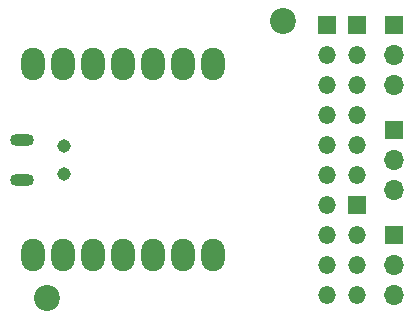
<source format=gbr>
%TF.GenerationSoftware,KiCad,Pcbnew,(5.1.10)-1*%
%TF.CreationDate,2021-10-05T19:45:30+09:00*%
%TF.ProjectId,mr8-iso-mux-sbus-4ws,6d72382d-6973-46f2-9d6d-75782d736275,1*%
%TF.SameCoordinates,Original*%
%TF.FileFunction,Soldermask,Bot*%
%TF.FilePolarity,Negative*%
%FSLAX46Y46*%
G04 Gerber Fmt 4.6, Leading zero omitted, Abs format (unit mm)*
G04 Created by KiCad (PCBNEW (5.1.10)-1) date 2021-10-05 19:45:30*
%MOMM*%
%LPD*%
G01*
G04 APERTURE LIST*
%ADD10O,1.998980X2.748280*%
%ADD11O,2.032000X1.016000*%
%ADD12C,1.143000*%
%ADD13R,1.500000X1.500000*%
%ADD14O,1.700000X1.700000*%
%ADD15O,1.500000X1.500000*%
%ADD16C,2.200000*%
G04 APERTURE END LIST*
D10*
%TO.C,U5*%
X105961180Y-97007680D03*
X108501180Y-97007680D03*
X111041180Y-97007680D03*
X113581180Y-97007680D03*
X116121180Y-97007680D03*
X118661180Y-97007680D03*
X121201180Y-97007680D03*
X121201180Y-80843120D03*
X118661180Y-80843120D03*
X116121180Y-80843120D03*
X113581180Y-80843120D03*
X111041180Y-80843120D03*
X108501180Y-80843120D03*
X105961180Y-80843120D03*
D11*
X105007000Y-90631000D03*
X105007000Y-87212000D03*
D12*
X108576813Y-87708803D03*
X108576813Y-90121803D03*
%TD*%
D13*
%TO.C,J4*%
X136525000Y-95250000D03*
D14*
X136525000Y-97790000D03*
X136525000Y-100330000D03*
%TD*%
%TO.C,J3*%
X136525000Y-91440000D03*
X136525000Y-88900000D03*
D13*
X136525000Y-86360000D03*
%TD*%
D14*
%TO.C,J2*%
X136525000Y-82550000D03*
X136525000Y-80010000D03*
D13*
X136525000Y-77470000D03*
%TD*%
D15*
%TO.C,J5*%
X133350000Y-100330000D03*
X133350000Y-97790000D03*
X133350000Y-95250000D03*
D13*
X133350000Y-92710000D03*
%TD*%
D15*
%TO.C,J6*%
X133350000Y-90170000D03*
X133350000Y-87630000D03*
X133350000Y-85090000D03*
X133350000Y-82550000D03*
X133350000Y-80010000D03*
D13*
X133350000Y-77470000D03*
%TD*%
D15*
%TO.C,J1*%
X130810000Y-100330000D03*
X130810000Y-97790000D03*
X130810000Y-95250000D03*
X130810000Y-92710000D03*
X130810000Y-90170000D03*
X130810000Y-87630000D03*
X130810000Y-85090000D03*
X130810000Y-82550000D03*
X130810000Y-80010000D03*
D13*
X130810000Y-77470000D03*
%TD*%
D16*
%TO.C,H2*%
X127150000Y-77150000D03*
%TD*%
%TO.C,H1*%
X107150000Y-100650000D03*
%TD*%
M02*

</source>
